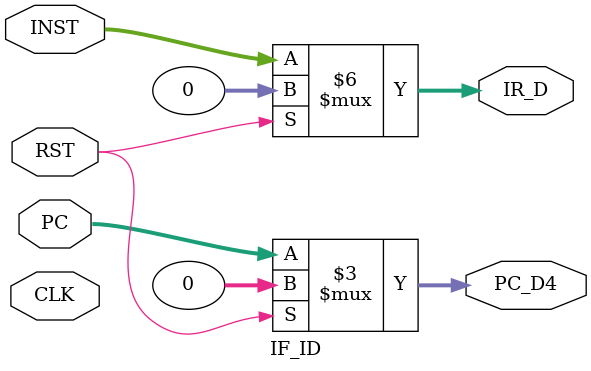
<source format=v>
module IF_ID(INST, PC, IR_D, PC_D4, CLK, RST);

    input CLK;
    input RST;
    input [31:0] INST;
    input [31:0] PC;
    output reg [31:0] IR_D;
    output reg [31:0] PC_D4;

always @(*) begin
    if(RST) begin
        IR_D <= 0;
        PC_D4 <= 0;
    end else begin
     IR_D <= INST;
     PC_D4 <= PC;
    end
end



endmodule
</source>
